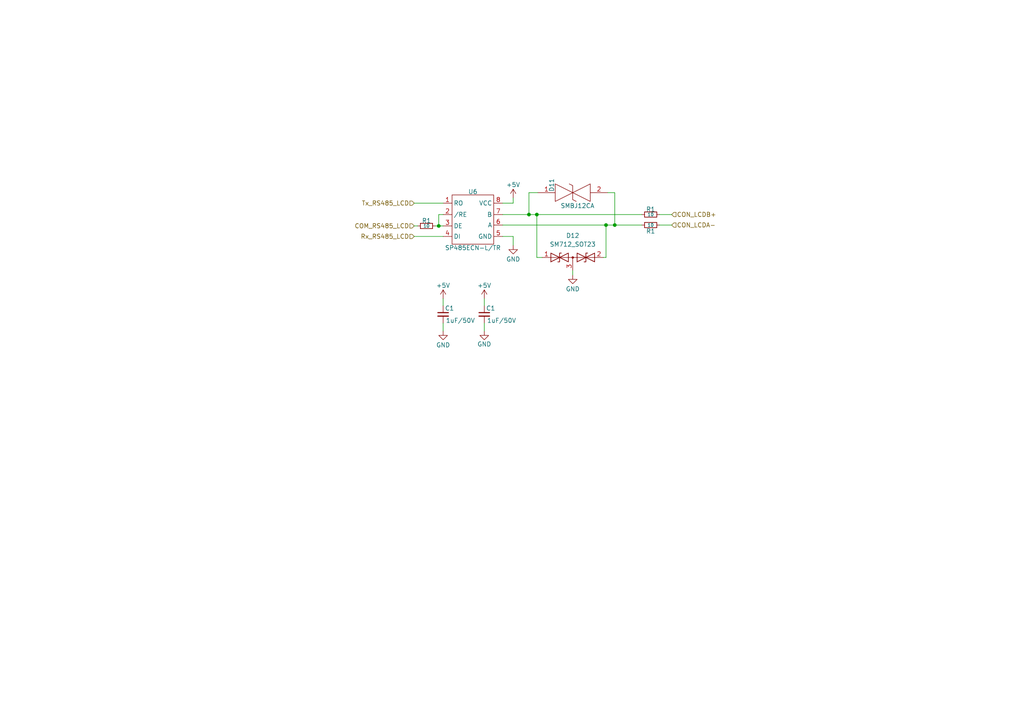
<source format=kicad_sch>
(kicad_sch (version 20230121) (generator eeschema)
  (paper "A4")
  (title_block (title "RoomLink") (date "2023-06-17") (rev "Version 1.0") (company "Designer: Raudy Rodríguez Moreno"))
  (lib_symbols
    (symbol "Device:R_Small" (pin_numbers hide) (pin_names (offset 0.254) hide)
      (property "Reference" "R" (at 0.762 0.508 0))
      (property "Value" "R_Small" (at 0.762 -1.016 0))
      (symbol "R_Small_0_1"
        (rectangle (start -0.762 1.778) (end 0.762 -1.778) (stroke (width 0.2032)))
      )
      (symbol "R_Small_1_1"
        (pin passive line (at 0 2.54 270) (length 0.762) (name "~") (number "1"))
        (pin passive line (at 0 -2.54 90) (length 0.762) (name "~") (number "2"))
      )
    )
    (symbol "Diode:SM712_SOT23" (pin_names (offset 1.016) hide)
      (property "Reference" "D" (at 0 4.445 0))
      (property "Value" "SM712_SOT23" (at 0 2.54 0))
      (symbol "SM712_SOT23_0_0"
        (polyline (pts (xy 0 -1.27) (xy 0 0)))
      )
      (symbol "SM712_SOT23_0_1"
        (polyline (pts (xy -6.35 0) (xy 6.35 0)))
        (polyline (pts (xy -3.302 1.27) (xy -3.81 1.27) (xy -3.81 -1.27) (xy -4.318 -1.27)) (stroke (width 0.2032)))
        (polyline (pts (xy 4.318 1.27) (xy 3.81 1.27) (xy 3.81 -1.27) (xy 3.302 -1.27)) (stroke (width 0.2032)))
        (polyline (pts (xy -6.35 -1.27) (xy -1.27 1.27) (xy -1.27 -1.27) (xy -6.35 1.27) (xy -6.35 -1.27)) (stroke (width 0.2032)))
        (polyline (pts (xy 1.27 -1.27) (xy 1.27 1.27) (xy 6.35 -1.27) (xy 6.35 1.27) (xy 1.27 -1.27)) (stroke (width 0.2032)))
        (circle (center 0 0) (radius 0.254) (fill (type outline)))
      )
      (symbol "SM712_SOT23_1_1"
        (pin passive line (at -8.89 0 0) (length 2.54) (name "A1") (number "1"))
        (pin passive line (at 8.89 0 180) (length 2.54) (name "A2") (number "2"))
        (pin input line (at 0 -3.81 90) (length 2.54) (name "common") (number "3"))
      )
    )
    (symbol "SMBJ12CA:SMBJ12CA" (pin_names (offset 0.762))
      (property "Reference" "D" (at 12.7 8.89 0))
      (property "Value" "SMBJ12CA" (at 12.7 6.35 0))
      (symbol "SMBJ12CA_0_0"
        (pin passive line (at 0 0 0) (length 5.08) (name "~") (number "1"))
        (pin passive line (at 20.32 0 180) (length 5.08) (name "~") (number "2"))
      )
      (symbol "SMBJ12CA_0_1"
        (polyline (pts (xy 9.144 2.54) (xy 10.16 2.032)) (stroke (width 0.1524)))
        (polyline (pts (xy 10.16 -2.032) (xy 10.16 2.032)) (stroke (width 0.1524)))
        (polyline (pts (xy 10.16 -2.032) (xy 11.176 -2.54)) (stroke (width 0.1524)))
        (polyline (pts (xy 10.16 0) (xy 5.08 -2.54) (xy 5.08 2.54) (xy 10.16 0)) (stroke (width 0.1524)))
        (polyline (pts (xy 10.16 0) (xy 15.24 -2.54) (xy 15.24 2.54) (xy 10.16 0)) (stroke (width 0.1524)))
      )
    )
    (symbol "SP485ECN-L_TR:SP485ECN-L/TR"
      (property "Reference" "U" (at 0 0 0))
      (property "Value" "SP485ECN-L/TR" (at 0.0508 -16.7132 0))
      (symbol "SP485ECN-L/TR_0_1"
        (rectangle (start -6.0452 -1.1684) (end 6.0452 -15.4432))
      )
      (symbol "SP485ECN-L/TR_1_1"
        (pin input line (at -8.636 -3.556 0) (length 2.54) (name "RO") (number "1"))
        (pin input line (at -8.636 -6.858 0) (length 2.54) (name "/RE") (number "2"))
        (pin input line (at -8.636 -10.16 0) (length 2.54) (name "DE") (number "3"))
        (pin input line (at -8.636 -13.208 0) (length 2.54) (name "DI") (number "4"))
        (pin input line (at 8.636 -13.208 180) (length 2.54) (name "GND") (number "5"))
        (pin input line (at 8.636 -9.906 180) (length 2.54) (name "A") (number "6"))
        (pin input line (at 8.636 -6.858 180) (length 2.54) (name "B") (number "7"))
        (pin input line (at 8.636 -3.556 180) (length 2.54) (name "VCC") (number "8"))
      )
    )
    (symbol "pdxlbs:C_small_.1uf_PDX" (pin_numbers hide) (pin_names (offset 0.254) hide)
      (property "Reference" "C?" (at 0 1.905 0))
      (property "Value" "C_small_.1uf_PDX" (at 0 -1.905 0))
      (symbol "C_small_.1uf_PDX_0_1"
        (polyline (pts (xy -1.524 -0.508) (xy 1.524 -0.508)) (stroke (width 0.3302)))
        (polyline (pts (xy -1.524 0.508) (xy 1.524 0.508)) (stroke (width 0.3048)))
      )
      (symbol "C_small_.1uf_PDX_1_1"
        (pin passive line (at 0 2.54 270) (length 2.032) (name "~") (number "1"))
        (pin passive line (at 0 -2.54 90) (length 2.032) (name "~") (number "2"))
      )
    )
    (symbol "power:+5V" (power) (pin_names (offset 0))
      (property "Value" "+5V" (at 0 3.556 0))
      (symbol "+5V_0_1"
        (polyline (pts (xy -0.762 1.27) (xy 0 2.54)))
        (polyline (pts (xy 0 0) (xy 0 2.54)))
        (polyline (pts (xy 0 2.54) (xy 0.762 1.27)))
      )
      (symbol "+5V_1_1"
        (pin power_in line (at 0 0 90) (length 0) hide (name "+5V") (number "1"))
      )
    )
    (symbol "power:GND" (power) (pin_names (offset 0))
      (property "Value" "GND" (at 0 -3.81 0))
      (symbol "GND_0_1"
        (polyline (pts (xy 0 0) (xy 0 -1.27) (xy 1.27 -1.27) (xy 0 -2.54) (xy -1.27 -1.27) (xy 0 -1.27)))
      )
      (symbol "GND_1_1"
        (pin power_in line (at 0 0 270) (length 0) hide (name "GND") (number "1"))
      )
    )
  )
  (junction (at 127.254 65.532))
  (junction (at 175.768 65.278))
  (junction (at 153.416 62.23))
  (junction (at 178.308 65.278))
  (junction (at 155.702 62.23))
  (wire (pts (xy 127.254 62.23) (xy 127.254 65.532)))
  (wire (pts (xy 140.462 93.726) (xy 140.462 96.012)))
  (wire (pts (xy 191.262 65.278) (xy 194.818 65.278)))
  (wire (pts (xy 175.768 65.278) (xy 178.308 65.278)))
  (wire (pts (xy 120.142 58.928) (xy 128.524 58.928)))
  (wire (pts (xy 126.238 65.532) (xy 127.254 65.532)))
  (wire (pts (xy 176.276 55.88) (xy 178.308 55.88)))
  (wire (pts (xy 120.142 65.532) (xy 121.158 65.532)))
  (wire (pts (xy 153.416 62.23) (xy 155.702 62.23)))
  (wire (pts (xy 127.254 65.532) (xy 128.524 65.532)))
  (wire (pts (xy 153.416 55.88) (xy 153.416 62.23)))
  (wire (pts (xy 128.524 86.614) (xy 128.524 88.646)))
  (wire (pts (xy 128.524 93.726) (xy 128.524 96.012)))
  (wire (pts (xy 145.796 58.928) (xy 148.844 58.928)))
  (wire (pts (xy 166.116 78.486) (xy 166.116 79.756)))
  (wire (pts (xy 155.956 55.88) (xy 153.416 55.88)))
  (wire (pts (xy 155.702 74.676) (xy 155.702 62.23)))
  (wire (pts (xy 191.262 62.23) (xy 194.818 62.23)))
  (wire (pts (xy 155.702 62.23) (xy 186.182 62.23)))
  (wire (pts (xy 175.768 74.676) (xy 175.768 65.278)))
  (wire (pts (xy 178.308 55.88) (xy 178.308 65.278)))
  (wire (pts (xy 128.524 62.23) (xy 127.254 62.23)))
  (wire (pts (xy 148.844 68.58) (xy 148.844 71.12)))
  (wire (pts (xy 175.006 74.676) (xy 175.768 74.676)))
  (wire (pts (xy 120.142 68.58) (xy 128.524 68.58)))
  (wire (pts (xy 178.308 65.278) (xy 186.182 65.278)))
  (wire (pts (xy 145.796 65.278) (xy 175.768 65.278)))
  (wire (pts (xy 157.226 74.676) (xy 155.702 74.676)))
  (wire (pts (xy 148.844 58.928) (xy 148.844 57.404)))
  (wire (pts (xy 145.796 68.58) (xy 148.844 68.58)))
  (wire (pts (xy 145.796 62.23) (xy 153.416 62.23)))
  (wire (pts (xy 140.462 86.614) (xy 140.462 88.646)))
  (hierarchical_label "Rx_RS485_LCD" (shape input) (at 120.142 68.58 180))
  (hierarchical_label "COM_RS485_LCD" (shape input) (at 120.142 65.532 180))
  (hierarchical_label "CON_LCDB+" (shape input) (at 194.818 62.23 0))
  (hierarchical_label "Tx_RS485_LCD" (shape input) (at 120.142 58.928 180))
  (hierarchical_label "CON_LCDA-" (shape input) (at 194.818 65.278 0))
  (symbol (lib_id "power:+5V") (at 128.524 86.614 0) (unit 1)
    (property "Reference" "#PWR036" (effects hide))
    (property "Value" "+5V" (at 128.524 82.804 0))
  )
  (symbol (lib_id "SMBJ12CA:SMBJ12CA") (at 155.956 55.88 0) (unit 1)
    (property "Reference" "D11" (at 160.02 55.626 90) (effects (justify left)))
    (property "Value" "SMBJ12CA" (at 162.56 59.69 0) (effects (justify left)))
    (property "Footprint" "LibKiCad:DIONM5436X261N" (effects hide))
    (property "Datasheet" "https://m.littelfuse.com/~/media/electronics/datasheets/tvs_diodes/littelfuse_tvs_diode_smbj_datasheet.pdf.pdf" (effects hide))
    (property "Description" "LITTELFUSE - SMBJ12CA - DIODE, TVS, 12V, 600W, BIDIR, SMB" (effects hide))
    (property "Height" "2.61" (effects hide))
    (property "Mouser Part Number" "576-SMBJ12CA" (effects hide))
    (property "Mouser Price/Stock" "https://www.mouser.co.uk/ProductDetail/Littelfuse/SMBJ12CA?qs=JJML70Qc14tv%252BYPaofUAPg%3D%3D" (effects hide))
    (property "Manufacturer_Name" "LITTELFUSE" (effects hide))
    (property "Manufacturer_Part_Number" "SMBJ12CA" (effects hide))
    (instances (project "RoomLink" (path "" (reference "D11") (unit 1)) (path "" (reference "D13") (unit 1))))
  )
  (symbol (lib_id "power:GND") (at 140.462 96.012 0) (unit 1)
    (property "Reference" "#PWR039" (effects hide))
    (property "Value" "GND" (at 140.462 99.822 0))
  )
  (symbol (lib_id "Device:R_Small") (at 188.722 65.278 270) (unit 1)
    (property "Reference" "R1" (at 188.722 67.056 90))
    (property "Value" "10" (at 188.722 65.278 90) (effects (font (size 0.9 0.9))))
    (property "Footprint" "Resistor_SMD:R_0805_2012Metric_Pad1.20x1.40mm_HandSolder" (effects hide))
    (instances (project "RoomLink" (path "" (reference "R1") (unit 1)) (path "" (reference "R29") (unit 1)) (path "" (reference "R4") (unit 1)) (path "" (reference "R9") (unit 1)) (path "" (reference "R6") (unit 1)) (path "" (reference "R3") (unit 1))))
  )
  (symbol (lib_id "Device:R_Small") (at 188.722 62.23 270) (unit 1)
    (property "Reference" "R1" (at 188.722 60.706 90))
    (property "Value" "10" (at 188.722 62.23 90) (effects (font (size 0.9 0.9))))
    (property "Footprint" "Resistor_SMD:R_0805_2012Metric_Pad1.20x1.40mm_HandSolder" (effects hide))
    (instances (project "RoomLink" (path "" (reference "R1") (unit 1)) (path "" (reference "R28") (unit 1)) (path "" (reference "R4") (unit 1)) (path "" (reference "R9") (unit 1)) (path "" (reference "R6") (unit 1)) (path "" (reference "R3") (unit 1))))
  )
  (symbol (lib_id "SP485ECN-L_TR:SP485ECN-L/TR") (at 137.16 55.372 0) (unit 1)
    (property "Reference" "U6" (at 137.16 55.626 0))
    (property "Value" "SP485ECN-L/TR" (at 137.16 71.882 0))
    (property "Footprint" "LibKiCad:SP485ECN-LTR" (effects hide))
    (property "Datasheet" "https://www.mouser.com/datasheet/2/146/sp481e_sp485e-1816374.pdf" (effects hide))
  )
  (symbol (lib_id "pdxlbs:C_small_.1uf_PDX") (at 140.462 91.186 0) (unit 1)
    (property "Reference" "C1" (at 140.97 89.408 0) (effects (justify left)))
    (property "Value" "1uF/50V" (at 141.224 92.964 0) (effects (justify left)))
    (property "Footprint" "Capacitor_SMD:C_0805_2012Metric" (effects hide))
    (property "Datasheet" "https://www.mouser.mx/datasheet/2/427/vjw1bcbascomseries-223529.pdf" (effects hide))
    (property "PartNo" "C0805C104K5RAC7411" (effects hide))
    (property "Location" "B3" (effects hide))
    (property "Descripcion" "Capacitores cerámicos  - SMD 0805 0.1uF 10V 20%" (effects hide))
    (instances (project "RoomLink" (path "" (reference "C1") (unit 1)) (path "" (reference "C6") (unit 1))))
  )
  (symbol (lib_id "Diode:SM712_SOT23") (at 166.116 74.676 0) (unit 1)
    (property "Reference" "D12" (at 166.116 68.326 0))
    (property "Value" "SM712_SOT23" (at 166.116 70.866 0))
    (property "Footprint" "Package_TO_SOT_SMD:SOT-23" (effects hide))
    (property "Datasheet" "https://www.littelfuse.com/~/media/electronics/datasheets/tvs_diode_arrays/littelfuse_tvs_diode_array_sm712_datasheet.pdf.pdf" (effects hide))
    (instances (project "RoomLink" (path "" (reference "D12") (unit 1)) (path "" (reference "D14") (unit 1))))
  )
  (symbol (lib_id "power:+5V") (at 148.844 57.404 0) (unit 1)
    (property "Reference" "#PWR034" (effects hide))
    (property "Value" "+5V" (at 148.844 53.594 0))
  )
  (symbol (lib_id "pdxlbs:C_small_.1uf_PDX") (at 128.524 91.186 0) (unit 1)
    (property "Reference" "C1" (at 129.032 89.408 0) (effects (justify left)))
    (property "Value" "1uF/50V" (at 129.286 92.964 0) (effects (justify left)))
    (property "Footprint" "Capacitor_SMD:C_0805_2012Metric" (effects hide))
    (property "Datasheet" "https://www.mouser.mx/datasheet/2/427/vjw1bcbascomseries-223529.pdf" (effects hide))
    (property "PartNo" "C0805C104K5RAC7411" (effects hide))
    (property "Location" "B3" (effects hide))
    (property "Descripcion" "Capacitores cerámicos  - SMD 0805 0.1uF 10V 20%" (effects hide))
    (instances (project "RoomLink" (path "" (reference "C1") (unit 1)) (path "" (reference "C5") (unit 1))))
  )
  (symbol (lib_id "power:GND") (at 128.524 96.012 0) (unit 1)
    (property "Reference" "#PWR037" (effects hide))
    (property "Value" "GND" (at 128.524 100.076 0))
  )
  (symbol (lib_id "power:+5V") (at 140.462 86.614 0) (unit 1)
    (property "Reference" "#PWR038" (effects hide))
    (property "Value" "+5V" (at 140.462 82.804 0))
  )
  (symbol (lib_id "power:GND") (at 166.116 79.756 0) (unit 1)
    (property "Reference" "#PWR040" (effects hide))
    (property "Value" "GND" (at 166.116 83.82 0))
  )
  (symbol (lib_id "Device:R_Small") (at 123.698 65.532 270) (unit 1)
    (property "Reference" "R1" (at 123.698 64.008 90))
    (property "Value" "10" (at 123.698 65.532 90) (effects (font (size 0.9 0.9))))
    (property "Footprint" "Resistor_SMD:R_0805_2012Metric_Pad1.20x1.40mm_HandSolder" (effects hide))
    (instances (project "RoomLink" (path "" (reference "R1") (unit 1)) (path "" (reference "R27") (unit 1)) (path "" (reference "R4") (unit 1)) (path "" (reference "R9") (unit 1)) (path "" (reference "R6") (unit 1)) (path "" (reference "R3") (unit 1))))
  )
  (symbol (lib_id "power:GND") (at 148.844 71.12 0) (unit 1)
    (property "Reference" "#PWR035" (effects hide))
    (property "Value" "GND" (at 148.844 75.184 0))
  )
)
</source>
